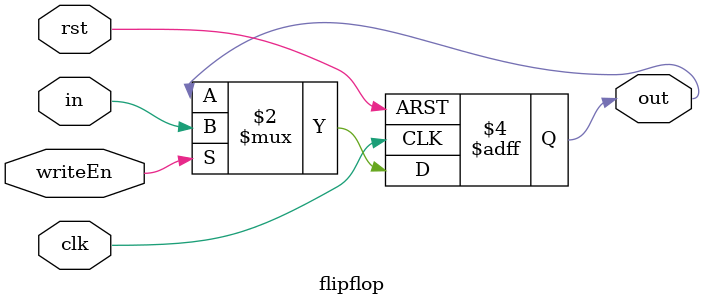
<source format=v>
module flipflop(clk, rst, writeEn, in, out);
  input in, clk, rst, writeEn;
  output reg out;
  always @(posedge clk, posedge rst) begin
    if(rst) begin
      out <= 1'b0;
    end
    else begin
      if(writeEn) begin
        out <= in;
      end
    end
  end
endmodule

</source>
